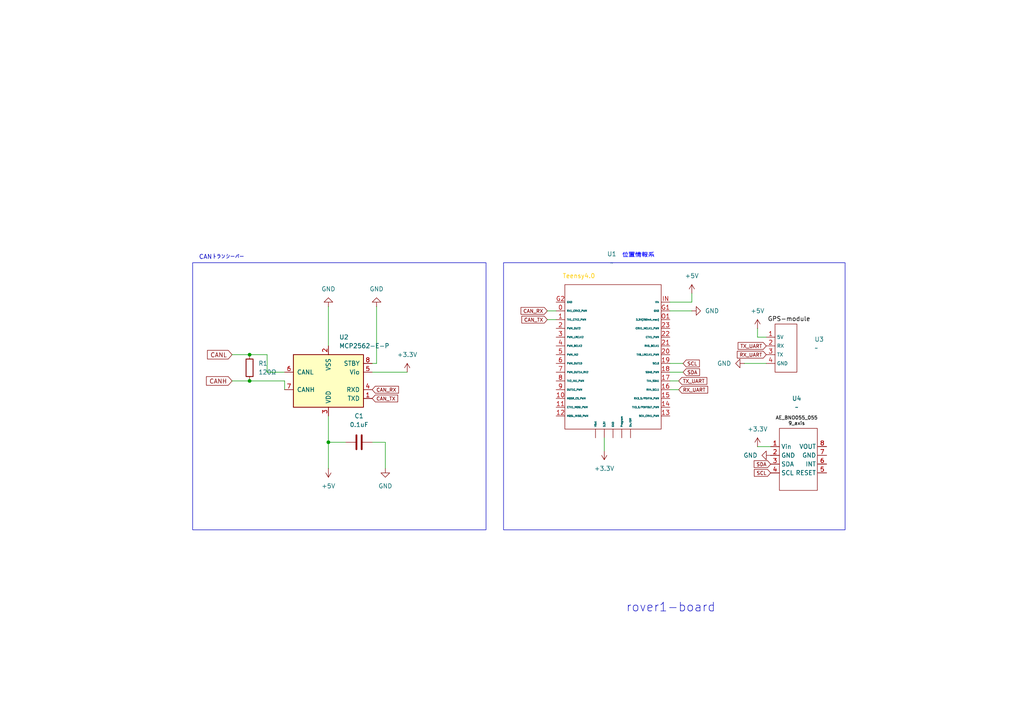
<source format=kicad_sch>
(kicad_sch (version 20250114) (generator "eeschema") (generator_version "9.0")
  (paper "A4")
  (lib_symbols
    (symbol "AE-BNO055-BO:AE-BNO055-BO"
      (property "Reference" "U" (at 0 0 0))
      (symbol "AE-BNO055-BO_1_0"
        (pin power_in line (at -2.54 10.16 0) (length 2.54) (name "GND") (number "2"))
        (pin passive line (at -2.54 7.62 0) (length 2.54) (name "SDA") (number "3"))
        (pin passive line (at -2.54 5.08 0) (length 2.54) (name "SCL") (number "4"))
        (pin passive line (at 13.7 12.72 180) (length 2.54) (name "VOUT") (number "8"))
        (pin passive line (at 13.7 10.18 180) (length 2.54) (name "GND") (number "7"))
        (pin passive line (at 13.7 7.64 180) (length 2.54) (name "INT") (number "6"))
        (pin passive line (at 13.7 5.1 180) (length 2.54) (name "RESET") (number "5"))
      )
      (symbol "AE-BNO055-BO_1_1"
        (rectangle (start 0 18) (end 11 0))
        (text "AE_BNO055_055\n9_axis" (at 5 20.3 0) (effects (font (size 1 1))))
        (pin power_in line (at -2.54 12.7 0) (length 2.54) (name "Vin") (number "1"))
      )
    )
    (symbol "Device:C" (pin_numbers (hide yes)) (pin_names (offset 0.254))
      (property "Reference" "C" (at 0.635 2.54 0))
      (property "Value" "C" (at 0.635 -2.54 0))
      (symbol "C_0_1"
        (polyline (pts (xy -2.032 0.762) (xy 2.032 0.762)) (stroke (width 0.508)))
        (polyline (pts (xy -2.032 -0.762) (xy 2.032 -0.762)) (stroke (width 0.508)))
      )
      (symbol "C_1_1"
        (pin passive line (at 0 3.81 270) (length 2.794) (name "~") (number "1"))
        (pin passive line (at 0 -3.81 90) (length 2.794) (name "~") (number "2"))
      )
    )
    (symbol "Device:R" (pin_numbers (hide yes)) (pin_names (offset 0))
      (property "Reference" "R" (at 2.032 0 90))
      (property "Value" "R" (at 0 0 90))
      (symbol "R_0_1"
        (rectangle (start -1.016 -2.54) (end 1.016 2.54) (stroke (width 0.254)))
      )
      (symbol "R_1_1"
        (pin passive line (at 0 3.81 270) (length 1.27) (name "~") (number "1"))
        (pin passive line (at 0 -3.81 90) (length 1.27) (name "~") (number "2"))
      )
    )
    (symbol "Interface_CAN_LIN:MCP2562-E-P" (pin_names (offset 1.016))
      (property "Reference" "U" (at -10.16 8.89 0))
      (property "Value" "MCP2562-E-P" (at 2.54 8.89 0))
      (symbol "MCP2562-E-P_0_1"
        (rectangle (start -10.16 7.62) (end 10.16 -7.62) (stroke (width 0.254)) (fill (type background)))
      )
      (symbol "MCP2562-E-P_1_1"
        (pin input line (at -12.7 5.08 0) (length 2.54) (name "TXD") (number "1"))
        (pin output line (at -12.7 2.54 0) (length 2.54) (name "RXD") (number "4"))
        (pin power_in line (at -12.7 -2.54 0) (length 2.54) (name "Vio") (number "5"))
        (pin input line (at -12.7 -5.08 0) (length 2.54) (name "STBY") (number "8"))
        (pin power_in line (at 0 10.16 270) (length 2.54) (name "VDD") (number "3"))
        (pin power_in line (at 0 -10.16 90) (length 2.54) (name "VSS") (number "2"))
        (pin bidirectional line (at 12.7 2.54 180) (length 2.54) (name "CANH") (number "7"))
        (pin bidirectional line (at 12.7 -2.54 180) (length 2.54) (name "CANL") (number "6"))
      )
    )
    (symbol "Mateksys GNSS SAM-M10Q:Mateksys_GNSS_SAM-M10Q_conector"
      (property "Reference" "U" (at 0 0 0))
      (symbol "Mateksys_GNSS_SAM-M10Q_conector_0_1"
        (rectangle (start 0 17.78) (end 6.35 3.81))
      )
      (symbol "Mateksys_GNSS_SAM-M10Q_conector_1_0"
        (pin power_in line (at -2.54 13.97 0) (length 2.54) (name "5V") (number "1"))
        (pin passive line (at -2.54 11.43 0) (length 2.54) (name "RX") (number "2"))
      )
      (symbol "Mateksys_GNSS_SAM-M10Q_conector_1_1"
        (text "GPS-module" (at 4.064 19.304 0) (effects (font (size 1.27 1.27))))
        (pin passive line (at -2.54 8.89 0) (length 2.54) (name "TX") (number "3"))
        (pin power_in line (at -2.54 6.35 0) (length 2.54) (name "GND") (number "4"))
      )
    )
    (symbol "Teensy4.0:Teensy"
      (property "Reference" "U" (at 0 0 0))
      (symbol "Teensy_1_0"
        (pin passive line (at -2.54 12.7 0) (length 2.54) (name "PWM_IN2") (number "5"))
        (pin passive line (at -2.54 10.16 0) (length 2.54) (name "PWM_OUT1D") (number "6"))
        (pin passive line (at -2.54 7.62 0) (length 2.54) (name "PWM_OUT1A_RX2") (number "7"))
        (pin passive line (at -2.54 5.08 0) (length 2.54) (name "TX2_IN1_PWM") (number "8"))
        (pin passive line (at -2.54 2.54 0) (length 2.54) (name "OUT1C_PWM") (number "9"))
        (pin passive line (at -2.54 0 0) (length 2.54) (name "MQSR_CS_PWM") (number "10"))
        (pin passive line (at -2.54 -2.54 0) (length 2.54) (name "CTX1_MOSI_PWM") (number "11"))
        (pin passive line (at -2.54 -5.08 0) (length 2.54) (name "MQSL_MISO_PWM") (number "12"))
        (pin passive line (at 8.89 -11.43 90) (length 2.54) (name "VBat") (number ""))
        (pin power_in line (at 11.43 -11.43 90) (length 2.54) (name "3.3V") (number ""))
        (pin power_out line (at 13.97 -11.43 90) (length 2.54) (name "GND") (number ""))
        (pin passive line (at 16.51 -11.43 90) (length 2.54) (name "Program") (number ""))
        (pin passive line (at 19.05 -11.43 90) (length 2.54) (name "On/Off") (number ""))
        (pin power_in line (at 30.48 27.94 180) (length 2.54) (name "Vin") (number "IN"))
        (pin power_in line (at 30.48 25.4 180) (length 2.54) (name "GND") (number "G1"))
        (pin power_out line (at 30.48 22.86 180) (length 2.54) (name "3.3V(250mA_max)") (number "O1"))
        (pin passive line (at 30.48 20.32 180) (length 2.54) (name "CRX1_MCLK1_PWM") (number "23"))
        (pin passive line (at 30.48 17.78 180) (length 2.54) (name "CTX1_PWM") (number "22"))
        (pin passive line (at 30.48 15.24 180) (length 2.54) (name "RX5_BCLK1") (number "21"))
        (pin passive line (at 30.48 12.7 180) (length 2.54) (name "TX5_LRCLK1_PWM") (number "20"))
        (pin passive line (at 30.48 10.16 180) (length 2.54) (name "SCL0") (number "19"))
        (pin passive line (at 30.48 7.62 180) (length 2.54) (name "SDA0_PWM") (number "18"))
        (pin passive line (at 30.48 5.08 180) (length 2.54) (name "TX4_SDA1") (number "17"))
        (pin passive line (at 30.48 2.54 180) (length 2.54) (name "RX4_SCL1") (number "16"))
        (pin passive line (at 30.48 0 180) (length 2.54) (name "RX3_S/PDIFIN_PWM") (number "15"))
        (pin passive line (at 30.48 -2.54 180) (length 2.54) (name "TX3_S/PDIFOUT_PWM") (number "14"))
        (pin passive line (at 30.48 -5.08 180) (length 2.54) (name "SCK_CRX1_PWM") (number "13"))
      )
      (symbol "Teensy_1_1"
        (rectangle (start 0 33.02) (end 27.94 -8.89))
        (text "Teensy4.0" (at 4.064 35.56 0) (effects (font (size 1.27 1.27))))
        (pin power_in line (at -2.54 27.94 0) (length 2.54) (name "GND") (number "G2"))
        (pin input line (at -2.54 25.4 0) (length 2.54) (name "RX1_CRX2_PWM") (number "0"))
        (pin passive line (at -2.54 22.86 0) (length 2.54) (name "TX1_CTX2_PWM") (number "1"))
        (pin passive line (at -2.54 20.32 0) (length 2.54) (name "PWM_OUT2") (number "2"))
        (pin passive line (at -2.54 17.78 0) (length 2.54) (name "PWM_LRCLK2") (number "3"))
        (pin passive line (at -2.54 15.24 0) (length 2.54) (name "PWM_BCLK2") (number "4"))
      )
    )
    (symbol "power:+3.3V" (power) (pin_numbers (hide yes)) (pin_names (offset 0) (hide yes))
      (property "Value" "+3.3V" (at 0 3.556 0))
      (symbol "+3.3V_0_1"
        (polyline (pts (xy -0.762 1.27) (xy 0 2.54)))
        (polyline (pts (xy 0 2.54) (xy 0.762 1.27)))
        (polyline (pts (xy 0 0) (xy 0 2.54)))
      )
      (symbol "+3.3V_1_1"
        (pin power_in line (at 0 0 90) (length 0) (name "~") (number "1"))
      )
    )
    (symbol "power:+5V" (power) (pin_numbers (hide yes)) (pin_names (offset 0) (hide yes))
      (property "Value" "+5V" (at 0 3.556 0))
      (symbol "+5V_0_1"
        (polyline (pts (xy -0.762 1.27) (xy 0 2.54)))
        (polyline (pts (xy 0 2.54) (xy 0.762 1.27)))
        (polyline (pts (xy 0 0) (xy 0 2.54)))
      )
      (symbol "+5V_1_1"
        (pin power_in line (at 0 0 90) (length 0) (name "~") (number "1"))
      )
    )
    (symbol "power:GND" (power) (pin_numbers (hide yes)) (pin_names (offset 0) (hide yes))
      (property "Value" "GND" (at 0 -3.81 0))
      (symbol "GND_0_1"
        (polyline (pts (xy 0 0) (xy 0 -1.27) (xy 1.27 -1.27) (xy 0 -2.54) (xy -1.27 -1.27) (xy 0 -1.27)))
      )
      (symbol "GND_1_1"
        (pin power_in line (at 0 0 270) (length 0) (name "~") (number "1"))
      )
    )
  )
  (rectangle (start 55.88 76.2) (end 140.97 153.67))
  (rectangle (start 146.05 76.2) (end 245.11 153.67))
  (text "位置情報系" (at 185.166 74.168 0) (effects (font (size 1.27 1.27))))
  (text "rover1-board" (at 194.564 176.276 0) (effects (font (size 2.54 2.54))))
  (text "CANトランシーバー" (at 64.262 74.676 0) (effects (font (size 1.27 1.27))))
  (junction (at 72.39 102.87))
  (junction (at 95.25 128.27))
  (junction (at 72.39 110.49))
  (wire (pts (xy 77.47 102.87) (xy 77.47 107.95)))
  (wire (pts (xy 196.85 113.03) (xy 194.31 113.03)))
  (wire (pts (xy 175.26 127) (xy 175.26 130.81)))
  (wire (pts (xy 161.29 92.71) (xy 158.75 92.71)))
  (wire (pts (xy 67.31 110.49) (xy 72.39 110.49)))
  (wire (pts (xy 82.55 110.49) (xy 82.55 113.03)))
  (wire (pts (xy 219.71 97.79) (xy 219.71 95.25)))
  (wire (pts (xy 95.25 88.9) (xy 95.25 100.33)))
  (wire (pts (xy 95.25 128.27) (xy 100.33 128.27)))
  (wire (pts (xy 200.66 87.63) (xy 200.66 85.09)))
  (wire (pts (xy 111.76 128.27) (xy 111.76 135.89)))
  (wire (pts (xy 77.47 107.95) (xy 82.55 107.95)))
  (wire (pts (xy 219.71 129.54) (xy 223.52 129.54)))
  (wire (pts (xy 194.31 107.95) (xy 198.12 107.95)))
  (wire (pts (xy 161.29 90.17) (xy 158.75 90.17)))
  (wire (pts (xy 196.85 110.49) (xy 194.31 110.49)))
  (wire (pts (xy 107.95 128.27) (xy 111.76 128.27)))
  (wire (pts (xy 222.25 97.79) (xy 219.71 97.79)))
  (wire (pts (xy 77.47 102.87) (xy 72.39 102.87)))
  (wire (pts (xy 72.39 102.87) (xy 67.31 102.87)))
  (wire (pts (xy 107.95 107.95) (xy 118.11 107.95)))
  (wire (pts (xy 109.22 88.9) (xy 109.22 105.41)))
  (wire (pts (xy 72.39 110.49) (xy 82.55 110.49)))
  (wire (pts (xy 194.31 90.17) (xy 200.66 90.17)))
  (wire (pts (xy 107.95 105.41) (xy 109.22 105.41)))
  (wire (pts (xy 215.9 105.41) (xy 222.25 105.41)))
  (wire (pts (xy 95.25 128.27) (xy 95.25 135.89)))
  (wire (pts (xy 95.25 120.65) (xy 95.25 128.27)))
  (wire (pts (xy 194.31 87.63) (xy 200.66 87.63)))
  (wire (pts (xy 194.31 105.41) (xy 198.12 105.41)))
  (global_label "CAN_TX" (shape input) (at 158.75 92.71 180) (effects (font (size 1.016 1.016))) (property "Intersheetrefs" "${INTERSHEET_REFS}" (effects (hide yes))))
  (global_label "SCL" (shape input) (at 198.12 105.41 0) (effects (font (size 1.016 1.016))) (property "Intersheetrefs" "${INTERSHEET_REFS}" (effects (hide yes))))
  (global_label "RX_UART" (shape input) (at 196.85 113.03 0) (effects (font (size 1.016 1.016))) (property "Intersheetrefs" "${INTERSHEET_REFS}" (effects (hide yes))))
  (global_label "RX_UART" (shape input) (at 222.25 102.87 180) (effects (font (size 1.016 1.016))) (property "Intersheetrefs" "${INTERSHEET_REFS}" (effects (hide yes))))
  (global_label "CAN_TX" (shape input) (at 107.95 115.57 0) (effects (font (size 1.016 1.016))) (property "Intersheetrefs" "${INTERSHEET_REFS}" (effects (hide yes))))
  (global_label "CAN_RX" (shape input) (at 107.95 113.03 0) (effects (font (size 1.016 1.016))) (property "Intersheetrefs" "${INTERSHEET_REFS}" (effects (hide yes))))
  (global_label "SDA" (shape input) (at 198.12 107.95 0) (effects (font (size 1.016 1.016))) (property "Intersheetrefs" "${INTERSHEET_REFS}" (effects (hide yes))))
  (global_label "SDA" (shape input) (at 223.52 134.62 180) (effects (font (size 1.016 1.016))) (property "Intersheetrefs" "${INTERSHEET_REFS}" (effects (hide yes))))
  (global_label "TX_UART" (shape input) (at 196.85 110.49 0) (effects (font (size 1.016 1.016))) (property "Intersheetrefs" "${INTERSHEET_REFS}" (effects (hide yes))))
  (global_label "TX_UART" (shape input) (at 222.25 100.33 180) (effects (font (size 1.016 1.016))) (property "Intersheetrefs" "${INTERSHEET_REFS}" (effects (hide yes))))
  (global_label "CANL" (shape input) (at 67.31 102.87 180) (property "Intersheetrefs" "${INTERSHEET_REFS}" (effects (hide yes))))
  (global_label "CAN_RX" (shape input) (at 158.75 90.17 180) (effects (font (size 1.016 1.016))) (property "Intersheetrefs" "${INTERSHEET_REFS}" (effects (hide yes))))
  (global_label "CANH" (shape input) (at 67.31 110.49 180) (property "Intersheetrefs" "${INTERSHEET_REFS}" (effects (hide yes))))
  (global_label "SCL" (shape input) (at 223.52 137.16 180) (effects (font (size 1.016 1.016))) (property "Intersheetrefs" "${INTERSHEET_REFS}" (effects (hide yes))))
  (symbol (lib_id "power:GND") (at 223.52 132.08 270) (mirror x) (unit 1)
    (property "Reference" "#PWR012" (effects (hide yes)))
    (property "Value" "GND" (at 219.71 132.0799 90) (effects (justify right)))
    (property "Description" "Power symbol creates a global label with name \"GND\" , ground" (effects (hide yes)))
  )
  (symbol (lib_id "power:+3.3V") (at 175.26 130.81 0) (mirror x) (unit 1)
    (property "Reference" "#PWR05" (effects (hide yes)))
    (property "Value" "+3.3V" (at 175.26 135.89 0))
    (property "Description" "Power symbol creates a global label with name \"+3.3V\"" (effects (hide yes)))
  )
  (symbol (lib_id "power:+3.3V") (at 118.11 107.95 0) (unit 1)
    (property "Reference" "#PWR04" (effects (hide yes)))
    (property "Value" "+3.3V" (at 118.11 102.87 0))
    (property "Description" "Power symbol creates a global label with name \"+3.3V\"" (effects (hide yes)))
  )
  (symbol (lib_id "AE-BNO055-BO:AE-BNO055-BO") (at 226.06 142.24 0) (unit 1)
    (property "Reference" "U4" (at 231.0724 115.57 0))
    (property "Value" "~" (at 231.0724 118.11 0))
  )
  (symbol (lib_id "Teensy4.0:Teensy") (at 163.83 115.57 0) (unit 1)
    (property "Reference" "U1" (at 177.4481 73.66 0))
    (property "Value" "~" (at 177.4481 76.2 0))
  )
  (symbol (lib_id "power:GND") (at 215.9 105.41 270) (mirror x) (unit 1)
    (property "Reference" "#PWR010" (effects (hide yes)))
    (property "Value" "GND" (at 212.09 105.4099 90) (effects (justify right)))
    (property "Description" "Power symbol creates a global label with name \"GND\" , ground" (effects (hide yes)))
  )
  (symbol (lib_id "Mateksys GNSS SAM-M10Q:Mateksys_GNSS_SAM-M10Q_conector") (at 224.79 111.76 0) (unit 1)
    (property "Reference" "U3" (at 236.22 98.4221 0) (effects (justify left)))
    (property "Value" "~" (at 236.22 100.9621 0) (effects (justify left)))
  )
  (symbol (lib_id "power:GND") (at 111.76 135.89 0) (unit 1)
    (property "Reference" "#PWR02" (effects (hide yes)))
    (property "Value" "GND" (at 111.76 140.97 0))
    (property "Description" "Power symbol creates a global label with name \"GND\" , ground" (effects (hide yes)))
  )
  (symbol (lib_id "Device:R") (at 72.39 106.68 0) (unit 1)
    (property "Reference" "R1" (at 74.93 105.4099 0) (effects (justify left)))
    (property "Value" "120Ω" (at 74.93 107.9499 0) (effects (justify left)))
    (property "Description" "Resistor" (effects (hide yes)))
  )
  (symbol (lib_id "power:+5V") (at 95.25 135.89 180) (unit 1)
    (property "Reference" "#PWR01" (effects (hide yes)))
    (property "Value" "+5V" (at 95.25 140.97 0))
    (property "Description" "Power symbol creates a global label with name \"+5V\"" (effects (hide yes)))
  )
  (symbol (lib_id "power:+3.3V") (at 219.71 129.54 0) (unit 1)
    (property "Reference" "#PWR011" (effects (hide yes)))
    (property "Value" "+3.3V" (at 219.71 124.46 0))
    (property "Description" "Power symbol creates a global label with name \"+3.3V\"" (effects (hide yes)))
  )
  (symbol (lib_id "Interface_CAN_LIN:MCP2562-E-P") (at 95.25 110.49 180) (unit 1)
    (property "Reference" "U2" (at 98.3681 97.79 0) (effects (justify right)))
    (property "Value" "MCP2562-E-P" (at 98.3681 100.33 0) (effects (justify right)))
    (property "Footprint" "Package_DIP:DIP-8_W7.62mm" (effects (hide yes)))
    (property "Datasheet" "http://ww1.microchip.com/downloads/en/DeviceDoc/25167A.pdf" (effects (hide yes)))
    (property "Description" "High-Speed CAN Transceiver, 1Mbps, 5V supply, Vio pin, -40C to +125C, DIP-8" (effects (hide yes)))
  )
  (symbol (lib_id "power:+5V") (at 200.66 85.09 0) (unit 1)
    (property "Reference" "#PWR07" (effects (hide yes)))
    (property "Value" "+5V" (at 200.66 80.01 0))
    (property "Description" "Power symbol creates a global label with name \"+5V\"" (effects (hide yes)))
  )
  (symbol (lib_id "power:GND") (at 109.22 88.9 180) (unit 1)
    (property "Reference" "#PWR06" (effects (hide yes)))
    (property "Value" "GND" (at 109.22 83.82 0))
    (property "Description" "Power symbol creates a global label with name \"GND\" , ground" (effects (hide yes)))
  )
  (symbol (lib_id "power:GND") (at 95.25 88.9 180) (unit 1)
    (property "Reference" "#PWR03" (effects (hide yes)))
    (property "Value" "GND" (at 95.25 83.82 0))
    (property "Description" "Power symbol creates a global label with name \"GND\" , ground" (effects (hide yes)))
  )
  (symbol (lib_id "power:GND") (at 200.66 90.17 90) (unit 1)
    (property "Reference" "#PWR08" (effects (hide yes)))
    (property "Value" "GND" (at 204.47 90.1699 90) (effects (justify right)))
    (property "Description" "Power symbol creates a global label with name \"GND\" , ground" (effects (hide yes)))
  )
  (symbol (lib_id "Device:C") (at 104.14 128.27 90) (unit 1)
    (property "Reference" "C1" (at 104.14 120.65 90))
    (property "Value" "0.1uF" (at 104.14 123.19 90))
    (property "Description" "Unpolarized capacitor" (effects (hide yes)))
  )
  (symbol (lib_id "power:+5V") (at 219.71 95.25 0) (unit 1)
    (property "Reference" "#PWR09" (effects (hide yes)))
    (property "Value" "+5V" (at 219.71 90.17 0))
    (property "Description" "Power symbol creates a global label with name \"+5V\"" (effects (hide yes)))
  )
)
</source>
